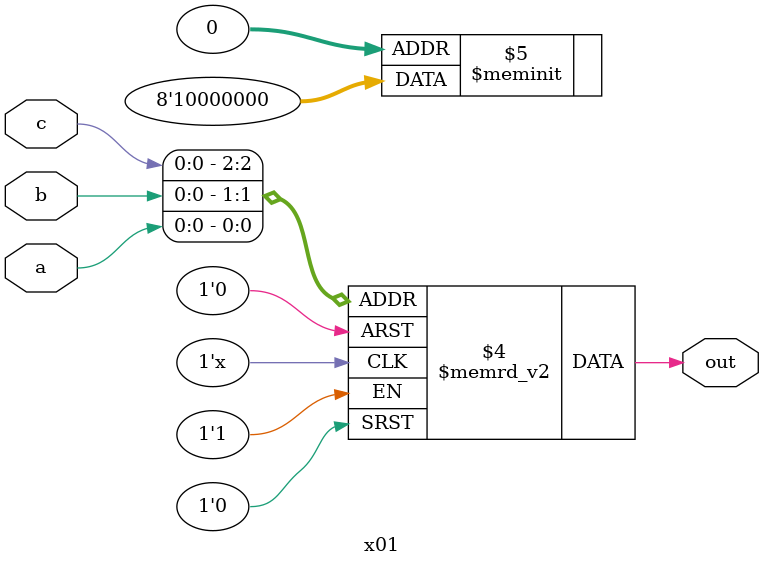
<source format=v>
module x01(output out, input a, b, c);

   always@(c, b, a)
	 begin
		case({c, b, a})
		  3'b000: {out} = 1'b0;
		  3'b001: {out} = 1'b0;
		  3'b010: {out} = 1'b0;
		  3'b011: {out} = 1'b0;
		  3'b100: {out} = 1'b0;
		  3'b101: {out} = 1'b0;
		  3'b110: {out} = 1'b0;
		  3'b111: {out} = 1'b1;
		endcase
	 end

endmodule

</source>
